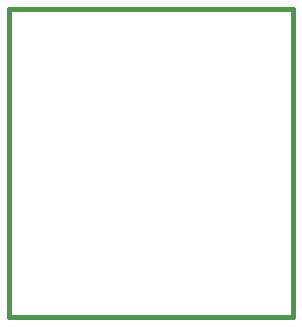
<source format=gbr>
G04 #@! TF.GenerationSoftware,KiCad,Pcbnew,(5.1.10)-1*
G04 #@! TF.CreationDate,2021-10-02T08:22:26-04:00*
G04 #@! TF.ProjectId,NoiseGen,4e6f6973-6547-4656-9e2e-6b696361645f,2*
G04 #@! TF.SameCoordinates,Original*
G04 #@! TF.FileFunction,Profile,NP*
%FSLAX46Y46*%
G04 Gerber Fmt 4.6, Leading zero omitted, Abs format (unit mm)*
G04 Created by KiCad (PCBNEW (5.1.10)-1) date 2021-10-02 08:22:26*
%MOMM*%
%LPD*%
G01*
G04 APERTURE LIST*
G04 #@! TA.AperFunction,Profile*
%ADD10C,0.381000*%
G04 #@! TD*
G04 APERTURE END LIST*
D10*
X24785000Y-55892400D02*
X24785000Y-29857400D01*
X48788000Y-55892400D02*
X24785000Y-55892400D01*
X48788000Y-29857400D02*
X48788000Y-55892400D01*
X24785000Y-29857400D02*
X48788000Y-29857400D01*
M02*

</source>
